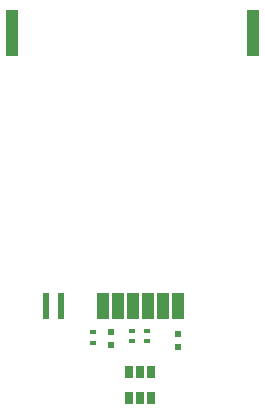
<source format=gbp>
G04 #@! TF.FileFunction,Paste,Bot*
%FSLAX46Y46*%
G04 Gerber Fmt 4.6, Leading zero omitted, Abs format (unit mm)*
G04 Created by KiCad (PCBNEW 4.0.7) date 06/11/18 13:45:27*
%MOMM*%
%LPD*%
G01*
G04 APERTURE LIST*
%ADD10C,0.100000*%
%ADD11R,1.000000X2.300000*%
%ADD12R,0.500000X2.300000*%
%ADD13R,1.000000X4.000000*%
%ADD14R,0.500000X0.600000*%
%ADD15R,0.650000X1.060000*%
%ADD16R,0.600000X0.400000*%
G04 APERTURE END LIST*
D10*
D11*
X144147000Y-89425000D03*
X142877000Y-89425000D03*
X141607000Y-89425000D03*
X139067000Y-89425000D03*
X137797000Y-89425000D03*
X140337000Y-89425000D03*
D12*
X134257000Y-89425000D03*
X132957000Y-89425000D03*
D13*
X150497000Y-66325000D03*
X130097000Y-66325000D03*
D14*
X138432000Y-92783000D03*
X138432000Y-91683000D03*
X144160000Y-91824000D03*
X144160000Y-92924000D03*
D15*
X141861000Y-97227000D03*
X140911000Y-97227000D03*
X139961000Y-97227000D03*
X139961000Y-95027000D03*
X141861000Y-95027000D03*
X140911000Y-95027000D03*
D16*
X141510000Y-91529000D03*
X141510000Y-92429000D03*
X140210000Y-91529000D03*
X140210000Y-92429000D03*
X136908000Y-91656000D03*
X136908000Y-92556000D03*
M02*

</source>
